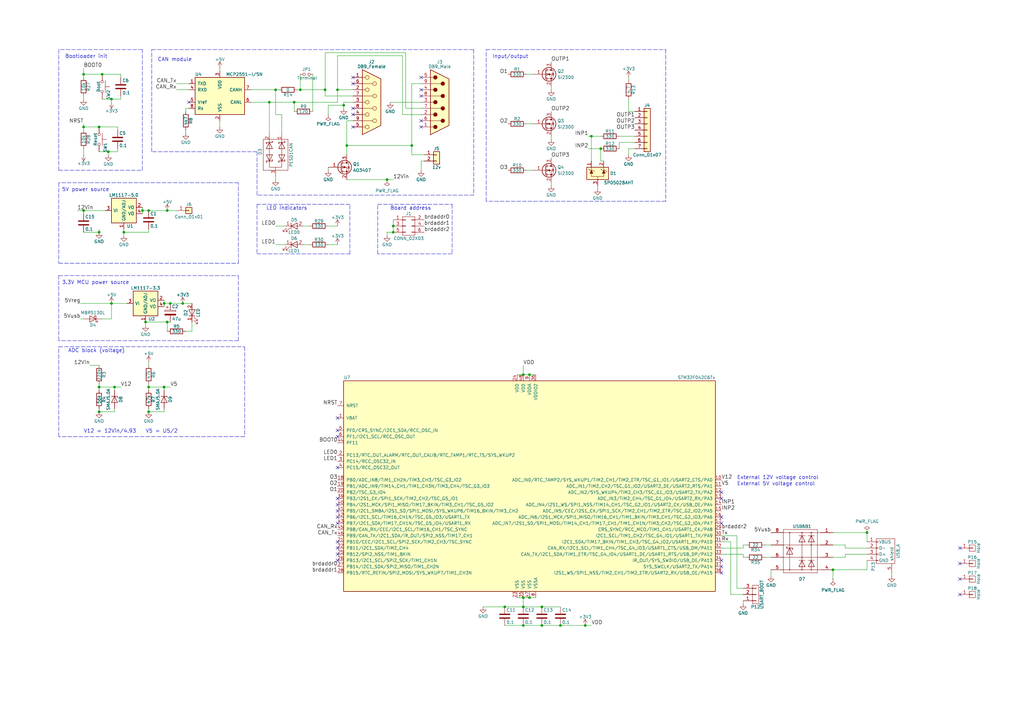
<source format=kicad_sch>
(kicad_sch (version 20211123) (generator eeschema)
  (paper "A3")
  (junction (at 229.87 256.54))
  (junction (at 341.63 233.68))
  (junction (at 242.57 55.88))
  (junction (at 60.96 158.75))
  (junction (at 217.17 153.67))
  (junction (at 41.91 30.48))
  (junction (at 214.63 256.54))
  (junction (at 69.85 124.46))
  (junction (at 222.25 256.54))
  (junction (at 158.75 73.66))
  (junction (at 355.6 218.44))
  (junction (at 40.64 158.75))
  (junction (at 44.45 62.23))
  (junction (at 133.35 36.83))
  (junction (at 214.63 153.67))
  (junction (at 34.29 30.48))
  (junction (at 168.91 59.69))
  (junction (at 40.64 52.07))
  (junction (at 214.63 248.92))
  (junction (at 45.72 40.64))
  (junction (at 60.96 86.36))
  (junction (at 140.97 43.18))
  (junction (at 240.03 256.54))
  (junction (at 217.17 245.11))
  (junction (at 45.72 124.46))
  (junction (at 161.29 95.25))
  (junction (at 34.29 52.07))
  (junction (at 34.29 86.36))
  (junction (at 40.64 95.25))
  (junction (at 40.64 168.91))
  (junction (at 74.93 124.46))
  (junction (at 214.63 245.11))
  (junction (at 67.31 158.75))
  (junction (at 60.96 168.91))
  (junction (at 222.25 248.92))
  (junction (at 113.03 36.83))
  (junction (at 138.43 36.83))
  (junction (at 110.49 41.91))
  (junction (at 123.19 36.83))
  (junction (at 207.01 248.92))
  (junction (at 50.8 95.25))
  (junction (at 67.31 124.46))
  (junction (at 142.24 59.69))
  (junction (at 246.38 60.96))
  (junction (at 68.58 132.08))
  (junction (at 59.69 132.08))
  (junction (at 120.65 41.91))
  (junction (at 161.29 92.71))
  (junction (at 58.42 86.36))
  (junction (at 46.99 158.75))
  (junction (at 68.58 86.36))
  (no_connect (at 295.91 234.95))
  (no_connect (at 138.43 224.79))
  (no_connect (at 138.43 171.45))
  (no_connect (at 144.78 44.45))
  (no_connect (at 172.72 39.37))
  (no_connect (at 295.91 214.63))
  (no_connect (at 172.72 52.07))
  (no_connect (at 77.47 41.91))
  (no_connect (at 138.43 204.47))
  (no_connect (at 295.91 204.47))
  (no_connect (at 144.78 34.29))
  (no_connect (at 172.72 31.75))
  (no_connect (at 393.7 224.79))
  (no_connect (at 172.72 49.53))
  (no_connect (at 295.91 212.09))
  (no_connect (at 138.43 209.55))
  (no_connect (at 393.7 231.14))
  (no_connect (at 393.7 243.84))
  (no_connect (at 138.43 214.63))
  (no_connect (at 138.43 179.07))
  (no_connect (at 295.91 229.87))
  (no_connect (at 138.43 212.09))
  (no_connect (at 138.43 176.53))
  (no_connect (at 138.43 191.77))
  (no_connect (at 144.78 31.75))
  (no_connect (at 295.91 232.41))
  (no_connect (at 144.78 52.07))
  (no_connect (at 393.7 237.49))
  (no_connect (at 295.91 201.93))
  (no_connect (at 138.43 222.25))
  (no_connect (at 144.78 46.99))
  (no_connect (at 172.72 36.83))
  (no_connect (at 138.43 207.01))
  (no_connect (at 138.43 229.87))
  (no_connect (at 138.43 227.33))
  (wire (pts (xy 355.6 222.25) (xy 355.6 218.44)))
  (wire (pts (xy 77.47 34.29) (xy 72.39 34.29)))
  (wire (pts (xy 215.9 69.85) (xy 218.44 69.85)))
  (wire (pts (xy 257.81 33.02) (xy 257.81 31.75)))
  (wire (pts (xy 60.96 157.48) (xy 60.96 158.75)))
  (wire (pts (xy 168.91 63.5) (xy 173.99 63.5)))
  (wire (pts (xy 50.8 95.25) (xy 50.8 96.52)))
  (wire (pts (xy 60.96 168.91) (xy 67.31 168.91)))
  (wire (pts (xy 222.25 248.92) (xy 229.87 248.92)))
  (wire (pts (xy 341.63 228.6) (xy 346.71 228.6)))
  (wire (pts (xy 67.31 124.46) (xy 67.31 125.73)))
  (wire (pts (xy 207.01 256.54) (xy 214.63 256.54)))
  (wire (pts (xy 128.27 30.48) (xy 128.27 45.72)))
  (wire (pts (xy 346.71 224.79) (xy 346.71 223.52)))
  (wire (pts (xy 68.58 86.36) (xy 72.39 86.36)))
  (polyline (pts (xy 194.31 20.32) (xy 194.31 80.01)))
  (wire (pts (xy 134.62 46.99) (xy 134.62 43.18)))
  (wire (pts (xy 160.02 41.91) (xy 172.72 41.91)))
  (wire (pts (xy 46.99 158.75) (xy 49.53 158.75)))
  (wire (pts (xy 60.96 86.36) (xy 68.58 86.36)))
  (wire (pts (xy 212.09 153.67) (xy 214.63 153.67)))
  (wire (pts (xy 168.91 34.29) (xy 168.91 59.69)))
  (polyline (pts (xy 24.13 142.24) (xy 100.33 142.24)))
  (polyline (pts (xy 105.41 80.01) (xy 105.41 62.23)))
  (wire (pts (xy 165.1 46.99) (xy 172.72 46.99)))
  (wire (pts (xy 144.78 41.91) (xy 140.97 41.91)))
  (polyline (pts (xy 58.42 20.32) (xy 24.13 20.32)))
  (wire (pts (xy 229.87 256.54) (xy 222.25 256.54)))
  (wire (pts (xy 217.17 245.11) (xy 219.71 245.11)))
  (wire (pts (xy 113.03 36.83) (xy 114.3 36.83)))
  (wire (pts (xy 355.6 224.79) (xy 346.71 224.79)))
  (wire (pts (xy 304.8 246.38) (xy 304.8 247.65)))
  (wire (pts (xy 59.69 132.08) (xy 68.58 132.08)))
  (wire (pts (xy 254 60.96) (xy 254 58.42)))
  (wire (pts (xy 257.81 45.72) (xy 260.35 45.72)))
  (polyline (pts (xy 24.13 74.93) (xy 24.13 107.95)))
  (wire (pts (xy 60.96 149.86) (xy 60.96 148.59)))
  (polyline (pts (xy 199.39 82.55) (xy 199.39 20.32)))
  (polyline (pts (xy 24.13 113.03) (xy 97.79 113.03)))
  (wire (pts (xy 134.62 69.85) (xy 134.62 68.58)))
  (wire (pts (xy 226.06 76.2) (xy 226.06 74.93)))
  (wire (pts (xy 113.03 100.33) (xy 116.84 100.33)))
  (wire (pts (xy 67.31 123.19) (xy 67.31 124.46)))
  (wire (pts (xy 44.45 62.23) (xy 48.26 62.23)))
  (wire (pts (xy 45.72 40.64) (xy 49.53 40.64)))
  (wire (pts (xy 142.24 73.66) (xy 158.75 73.66)))
  (polyline (pts (xy 97.79 107.95) (xy 97.79 74.93)))
  (wire (pts (xy 46.99 168.91) (xy 46.99 167.64)))
  (wire (pts (xy 240.03 256.54) (xy 242.57 256.54)))
  (polyline (pts (xy 62.23 62.23) (xy 62.23 20.32)))
  (wire (pts (xy 133.35 39.37) (xy 144.78 39.37)))
  (wire (pts (xy 40.64 167.64) (xy 40.64 168.91)))
  (wire (pts (xy 214.63 248.92) (xy 222.25 248.92)))
  (wire (pts (xy 316.23 236.22) (xy 316.23 233.68)))
  (wire (pts (xy 110.49 41.91) (xy 102.87 41.91)))
  (wire (pts (xy 246.38 60.96) (xy 241.3 60.96)))
  (wire (pts (xy 365.76 236.22) (xy 365.76 234.95)))
  (wire (pts (xy 102.87 36.83) (xy 113.03 36.83)))
  (wire (pts (xy 58.42 86.36) (xy 60.96 86.36)))
  (wire (pts (xy 304.8 227.33) (xy 295.91 227.33)))
  (wire (pts (xy 168.91 59.69) (xy 168.91 63.5)))
  (wire (pts (xy 165.1 22.86) (xy 165.1 46.99)))
  (polyline (pts (xy 105.41 83.82) (xy 105.41 104.14)))
  (wire (pts (xy 120.65 41.91) (xy 110.49 41.91)))
  (wire (pts (xy 34.29 95.25) (xy 40.64 95.25)))
  (wire (pts (xy 40.64 95.25) (xy 40.64 93.98)))
  (wire (pts (xy 34.29 86.36) (xy 43.18 86.36)))
  (wire (pts (xy 74.93 124.46) (xy 78.74 124.46)))
  (wire (pts (xy 115.57 46.99) (xy 113.03 46.99)))
  (wire (pts (xy 50.8 93.98) (xy 50.8 95.25)))
  (wire (pts (xy 67.31 160.02) (xy 67.31 158.75)))
  (wire (pts (xy 33.02 124.46) (xy 45.72 124.46)))
  (polyline (pts (xy 24.13 139.7) (xy 24.13 113.03)))
  (wire (pts (xy 48.26 52.07) (xy 48.26 53.34)))
  (polyline (pts (xy 143.51 104.14) (xy 143.51 83.82)))
  (wire (pts (xy 115.57 54.61) (xy 115.57 46.99)))
  (wire (pts (xy 76.2 45.72) (xy 76.2 44.45)))
  (wire (pts (xy 123.19 36.83) (xy 123.19 30.48)))
  (wire (pts (xy 45.72 124.46) (xy 52.07 124.46)))
  (wire (pts (xy 49.53 30.48) (xy 49.53 31.75)))
  (wire (pts (xy 34.29 63.5) (xy 34.29 60.96)))
  (wire (pts (xy 316.23 228.6) (xy 313.69 228.6)))
  (wire (pts (xy 346.71 228.6) (xy 346.71 227.33)))
  (wire (pts (xy 40.64 158.75) (xy 40.64 160.02)))
  (wire (pts (xy 295.91 222.25) (xy 299.72 222.25)))
  (wire (pts (xy 257.81 60.96) (xy 260.35 60.96)))
  (wire (pts (xy 34.29 87.63) (xy 34.29 86.36)))
  (polyline (pts (xy 273.05 20.32) (xy 273.05 82.55)))
  (wire (pts (xy 123.19 36.83) (xy 133.35 36.83)))
  (wire (pts (xy 355.6 218.44) (xy 341.63 218.44)))
  (wire (pts (xy 144.78 49.53) (xy 142.24 49.53)))
  (wire (pts (xy 40.64 62.23) (xy 44.45 62.23)))
  (wire (pts (xy 346.71 227.33) (xy 355.6 227.33)))
  (wire (pts (xy 242.57 55.88) (xy 246.38 55.88)))
  (polyline (pts (xy 58.42 69.85) (xy 58.42 20.32)))
  (wire (pts (xy 214.63 248.92) (xy 214.63 245.11)))
  (wire (pts (xy 90.17 49.53) (xy 90.17 52.07)))
  (wire (pts (xy 40.64 168.91) (xy 46.99 168.91)))
  (wire (pts (xy 77.47 36.83) (xy 72.39 36.83)))
  (wire (pts (xy 215.9 50.8) (xy 218.44 50.8)))
  (wire (pts (xy 214.63 153.67) (xy 217.17 153.67)))
  (polyline (pts (xy 100.33 142.24) (xy 100.33 179.07)))
  (wire (pts (xy 302.26 241.3) (xy 302.26 219.71)))
  (wire (pts (xy 133.35 21.59) (xy 133.35 36.83)))
  (wire (pts (xy 60.96 158.75) (xy 67.31 158.75)))
  (wire (pts (xy 76.2 54.61) (xy 76.2 53.34)))
  (polyline (pts (xy 199.39 20.32) (xy 273.05 20.32)))
  (wire (pts (xy 214.63 256.54) (xy 222.25 256.54)))
  (wire (pts (xy 198.12 248.92) (xy 207.01 248.92)))
  (wire (pts (xy 355.6 229.87) (xy 355.6 233.68)))
  (wire (pts (xy 46.99 160.02) (xy 46.99 158.75)))
  (wire (pts (xy 207.01 248.92) (xy 214.63 248.92)))
  (polyline (pts (xy 185.42 104.14) (xy 154.94 104.14)))
  (wire (pts (xy 133.35 36.83) (xy 133.35 39.37)))
  (wire (pts (xy 246.38 66.04) (xy 246.38 60.96)))
  (polyline (pts (xy 105.41 104.14) (xy 143.51 104.14)))
  (polyline (pts (xy 273.05 82.55) (xy 199.39 82.55)))
  (wire (pts (xy 166.37 44.45) (xy 166.37 21.59)))
  (wire (pts (xy 138.43 36.83) (xy 138.43 41.91)))
  (wire (pts (xy 40.64 157.48) (xy 40.64 158.75)))
  (wire (pts (xy 67.31 168.91) (xy 67.31 167.64)))
  (polyline (pts (xy 100.33 179.07) (xy 24.13 179.07)))
  (wire (pts (xy 120.65 45.72) (xy 120.65 41.91)))
  (wire (pts (xy 241.3 55.88) (xy 242.57 55.88)))
  (wire (pts (xy 31.75 86.36) (xy 34.29 86.36)))
  (wire (pts (xy 45.72 41.91) (xy 45.72 40.64)))
  (wire (pts (xy 90.17 27.94) (xy 90.17 29.21)))
  (wire (pts (xy 34.29 30.48) (xy 34.29 31.75)))
  (wire (pts (xy 36.83 149.86) (xy 40.64 149.86)))
  (wire (pts (xy 69.85 124.46) (xy 74.93 124.46)))
  (wire (pts (xy 172.72 69.85) (xy 172.72 66.04)))
  (wire (pts (xy 161.29 92.71) (xy 161.29 90.17)))
  (wire (pts (xy 41.91 130.81) (xy 45.72 130.81)))
  (wire (pts (xy 215.9 30.48) (xy 218.44 30.48)))
  (wire (pts (xy 60.96 167.64) (xy 60.96 168.91)))
  (wire (pts (xy 34.29 52.07) (xy 40.64 52.07)))
  (wire (pts (xy 142.24 49.53) (xy 142.24 59.69)))
  (wire (pts (xy 138.43 36.83) (xy 144.78 36.83)))
  (wire (pts (xy 158.75 96.52) (xy 158.75 95.25)))
  (wire (pts (xy 76.2 44.45) (xy 77.47 44.45)))
  (wire (pts (xy 212.09 245.11) (xy 214.63 245.11)))
  (wire (pts (xy 229.87 256.54) (xy 240.03 256.54)))
  (wire (pts (xy 302.26 219.71) (xy 295.91 219.71)))
  (wire (pts (xy 113.03 73.66) (xy 113.03 72.39)))
  (wire (pts (xy 110.49 41.91) (xy 110.49 54.61)))
  (wire (pts (xy 50.8 95.25) (xy 60.96 95.25)))
  (wire (pts (xy 78.74 135.89) (xy 78.74 132.08)))
  (wire (pts (xy 306.07 228.6) (xy 304.8 228.6)))
  (wire (pts (xy 67.31 124.46) (xy 69.85 124.46)))
  (wire (pts (xy 140.97 43.18) (xy 140.97 44.45)))
  (wire (pts (xy 142.24 59.69) (xy 168.91 59.69)))
  (polyline (pts (xy 24.13 107.95) (xy 97.79 107.95)))
  (wire (pts (xy 304.8 224.79) (xy 304.8 223.52)))
  (polyline (pts (xy 154.94 104.14) (xy 154.94 83.82)))
  (wire (pts (xy 58.42 85.09) (xy 58.42 86.36)))
  (wire (pts (xy 34.29 130.81) (xy 33.02 130.81)))
  (wire (pts (xy 247.65 66.04) (xy 246.38 66.04)))
  (wire (pts (xy 134.62 43.18) (xy 140.97 43.18)))
  (wire (pts (xy 121.92 36.83) (xy 123.19 36.83)))
  (polyline (pts (xy 24.13 69.85) (xy 58.42 69.85)))
  (wire (pts (xy 254 58.42) (xy 260.35 58.42)))
  (wire (pts (xy 49.53 40.64) (xy 49.53 39.37)))
  (wire (pts (xy 140.97 41.91) (xy 140.97 43.18)))
  (wire (pts (xy 34.29 50.8) (xy 34.29 52.07)))
  (wire (pts (xy 161.29 95.25) (xy 161.29 92.71)))
  (polyline (pts (xy 24.13 179.07) (xy 24.13 142.24)))
  (wire (pts (xy 40.64 158.75) (xy 46.99 158.75)))
  (wire (pts (xy 214.63 245.11) (xy 217.17 245.11)))
  (wire (pts (xy 76.2 135.89) (xy 78.74 135.89)))
  (wire (pts (xy 158.75 95.25) (xy 161.29 95.25)))
  (wire (pts (xy 304.8 223.52) (xy 306.07 223.52)))
  (wire (pts (xy 245.11 77.47) (xy 245.11 76.2)))
  (wire (pts (xy 68.58 132.08) (xy 69.85 132.08)))
  (wire (pts (xy 60.96 95.25) (xy 60.96 93.98)))
  (wire (pts (xy 226.06 57.15) (xy 226.06 55.88)))
  (polyline (pts (xy 185.42 83.82) (xy 185.42 104.14)))
  (wire (pts (xy 41.91 40.64) (xy 45.72 40.64)))
  (wire (pts (xy 142.24 59.69) (xy 142.24 63.5)))
  (wire (pts (xy 260.35 55.88) (xy 254 55.88)))
  (wire (pts (xy 242.57 66.04) (xy 242.57 55.88)))
  (wire (pts (xy 158.75 73.66) (xy 161.29 73.66)))
  (wire (pts (xy 134.62 100.33) (xy 138.43 100.33)))
  (wire (pts (xy 134.62 92.71) (xy 138.43 92.71)))
  (wire (pts (xy 138.43 41.91) (xy 120.65 41.91)))
  (wire (pts (xy 67.31 158.75) (xy 69.85 158.75)))
  (wire (pts (xy 257.81 63.5) (xy 257.81 60.96)))
  (wire (pts (xy 168.91 34.29) (xy 172.72 34.29)))
  (wire (pts (xy 59.69 133.35) (xy 59.69 132.08)))
  (wire (pts (xy 113.03 46.99) (xy 113.03 36.83)))
  (wire (pts (xy 299.72 222.25) (xy 299.72 243.84)))
  (wire (pts (xy 341.63 233.68) (xy 341.63 237.49)))
  (wire (pts (xy 304.8 228.6) (xy 304.8 227.33)))
  (wire (pts (xy 58.42 86.36) (xy 58.42 87.63)))
  (wire (pts (xy 138.43 22.86) (xy 138.43 36.83)))
  (wire (pts (xy 68.58 135.89) (xy 68.58 132.08)))
  (polyline (pts (xy 194.31 80.01) (xy 105.41 80.01)))
  (polyline (pts (xy 143.51 83.82) (xy 105.41 83.82)))
  (wire (pts (xy 172.72 66.04) (xy 173.99 66.04)))
  (wire (pts (xy 304.8 241.3) (xy 302.26 241.3)))
  (wire (pts (xy 166.37 21.59) (xy 133.35 21.59)))
  (wire (pts (xy 34.29 30.48) (xy 41.91 30.48)))
  (wire (pts (xy 226.06 36.83) (xy 226.06 35.56)))
  (polyline (pts (xy 97.79 113.03) (xy 97.79 139.7)))
  (polyline (pts (xy 154.94 83.82) (xy 185.42 83.82)))
  (wire (pts (xy 48.26 62.23) (xy 48.26 60.96)))
  (wire (pts (xy 214.63 153.67) (xy 214.63 149.86)))
  (polyline (pts (xy 62.23 20.32) (xy 194.31 20.32)))
  (wire (pts (xy 45.72 130.81) (xy 45.72 124.46)))
  (wire (pts (xy 355.6 233.68) (xy 341.63 233.68)))
  (wire (pts (xy 40.64 52.07) (xy 48.26 52.07)))
  (wire (pts (xy 34.29 52.07) (xy 34.29 53.34)))
  (wire (pts (xy 124.46 100.33) (xy 127 100.33)))
  (wire (pts (xy 60.96 158.75) (xy 60.96 160.02)))
  (polyline (pts (xy 24.13 20.32) (xy 24.13 69.85)))
  (wire (pts (xy 41.91 30.48) (xy 49.53 30.48)))
  (wire (pts (xy 172.72 44.45) (xy 166.37 44.45)))
  (wire (pts (xy 299.72 243.84) (xy 304.8 243.84)))
  (wire (pts (xy 138.43 22.86) (xy 165.1 22.86)))
  (polyline (pts (xy 97.79 139.7) (xy 24.13 139.7)))
  (wire (pts (xy 34.29 27.94) (xy 34.29 30.48)))
  (wire (pts (xy 217.17 153.67) (xy 219.71 153.67)))
  (wire (pts (xy 295.91 224.79) (xy 304.8 224.79)))
  (polyline (pts (xy 105.41 62.23) (xy 62.23 62.23)))
  (wire (pts (xy 257.81 40.64) (xy 257.81 45.72)))
  (wire (pts (xy 346.71 223.52) (xy 341.63 223.52)))
  (polyline (pts (xy 97.79 74.93) (xy 24.13 74.93)))
  (wire (pts (xy 124.46 92.71) (xy 127 92.71)))
  (wire (pts (xy 34.29 40.64) (xy 34.29 39.37)))
  (wire (pts (xy 44.45 63.5) (xy 44.45 62.23)))
  (wire (pts (xy 113.03 92.71) (xy 116.84 92.71)))
  (wire (pts (xy 313.69 223.52) (xy 316.23 223.52)))
  (text "External 5V voltage control" (at 302.26 199.39 0) (effects (font (size 1.524 1.524)) (justify left bottom)))
  (text "Board address" (at 160.02 86.36 0) (effects (font (size 1.524 1.524)) (justify left bottom)))
  (text "Bootloader init" (at 26.67 24.13 0) (effects (font (size 1.524 1.524)) (justify left bottom)))
  (text "V12 = 12Vin/4.93" (at 34.29 177.8 0) (effects (font (size 1.524 1.524)) (justify left bottom)))
  (text "ADC block (voltage)" (at 27.94 144.78 0) (effects (font (size 1.524 1.524)) (justify left bottom)))
  (text "3.3V MCU power source" (at 25.4 116.84 0) (effects (font (size 1.524 1.524)) (justify left bottom)))
  (text "Input/output" (at 201.93 24.13 0) (effects (font (size 1.524 1.524)) (justify left bottom)))
  (text "LED indicators" (at 109.22 86.36 0) (effects (font (size 1.524 1.524)) (justify left bottom)))
  (text "External 12V voltage control" (at 302.26 196.85 0) (effects (font (size 1.524 1.524)) (justify left bottom)))
  (text "CAN module" (at 78.74 25.4 180) (effects (font (size 1.524 1.524)) (justify right bottom)))
  (text "5V power source" (at 25.4 78.74 0) (effects (font (size 1.524 1.524)) (justify left bottom)))
  (text "V5 = U5/2" (at 59.69 177.8 0) (effects (font (size 1.524 1.524)) (justify left bottom)))
  (label "V5" (at 295.91 199.39 0) (effects (font (size 1.524 1.524))))
  (label "INP1" (at 241.3 55.88 180) (effects (font (size 1.524 1.524))))
  (label "OUTP2" (at 226.06 45.72 0) (effects (font (size 1.524 1.524))))
  (label "O2" (at 138.43 199.39 180) (effects (font (size 1.524 1.524))))
  (label "LED0" (at 113.03 92.71 180) (effects (font (size 1.524 1.524))))
  (label "NRST" (at 34.29 50.8 180) (effects (font (size 1.524 1.524))))
  (label "Rx" (at 295.91 222.25 0) (effects (font (size 1.524 1.524))))
  (label "O1" (at 208.28 30.48 180) (effects (font (size 1.524 1.524))))
  (label "brdaddr0" (at 138.43 232.41 180) (effects (font (size 1.524 1.524))))
  (label "V12" (at 49.53 158.75 0) (effects (font (size 1.524 1.524))))
  (label "OUTP1" (at 226.06 25.4 0) (effects (font (size 1.524 1.524))))
  (label "INP2" (at 295.91 209.55 0) (effects (font (size 1.524 1.524))))
  (label "O3" (at 138.43 196.85 180) (effects (font (size 1.524 1.524))))
  (label "CAN_Rx" (at 72.39 36.83 180) (effects (font (size 1.524 1.524))))
  (label "5Vusb" (at 316.23 218.44 180) (effects (font (size 1.524 1.524))))
  (label "BOOT0" (at 138.43 181.61 180) (effects (font (size 1.524 1.524))))
  (label "5Vusb" (at 33.02 130.81 180) (effects (font (size 1.524 1.524))))
  (label "12Vin" (at 31.75 86.36 0) (effects (font (size 1.524 1.524))))
  (label "OUTP1" (at 260.35 48.26 180) (effects (font (size 1.524 1.524))))
  (label "V5" (at 69.85 158.75 0) (effects (font (size 1.524 1.524))))
  (label "LED1" (at 113.03 100.33 180) (effects (font (size 1.524 1.524))))
  (label "INP2" (at 241.3 60.96 180) (effects (font (size 1.524 1.524))))
  (label "BOOT0" (at 34.29 27.94 0) (effects (font (size 1.524 1.524))))
  (label "LED1" (at 138.43 189.23 180) (effects (font (size 1.524 1.524))))
  (label "5Vreg" (at 33.02 124.46 180) (effects (font (size 1.524 1.524))))
  (label "OUTP3" (at 226.06 64.77 0) (effects (font (size 1.524 1.524))))
  (label "INP1" (at 295.91 207.01 0) (effects (font (size 1.524 1.524))))
  (label "NRST" (at 138.43 166.37 180) (effects (font (size 1.524 1.524))))
  (label "brdaddr2" (at 173.99 95.25 0) (effects (font (size 1.524 1.524))))
  (label "brdaddr2" (at 295.91 217.17 0) (effects (font (size 1.524 1.524))))
  (label "OUTP2" (at 260.35 50.8 180) (effects (font (size 1.524 1.524))))
  (label "LED0" (at 138.43 186.69 180) (effects (font (size 1.524 1.524))))
  (label "CAN_Tx" (at 138.43 219.71 180) (effects (font (size 1.524 1.524))))
  (label "CAN_Rx" (at 138.43 217.17 180) (effects (font (size 1.524 1.524))))
  (label "brdaddr1" (at 138.43 234.95 180) (effects (font (size 1.524 1.524))))
  (label "OUTP3" (at 260.35 53.34 180) (effects (font (size 1.524 1.524))))
  (label "brdaddr1" (at 173.99 92.71 0) (effects (font (size 1.524 1.524))))
  (label "O3" (at 208.28 69.85 180) (effects (font (size 1.524 1.524))))
  (label "O2" (at 208.28 50.8 180) (effects (font (size 1.524 1.524))))
  (label "CAN_Tx" (at 72.39 34.29 180) (effects (font (size 1.524 1.524))))
  (label "brdaddr0" (at 173.99 90.17 0) (effects (font (size 1.524 1.524))))
  (label "Tx" (at 295.91 219.71 0) (effects (font (size 1.524 1.524))))
  (label "VDD" (at 214.63 149.86 0) (effects (font (size 1.524 1.524))))
  (label "12Vin" (at 36.83 149.86 180) (effects (font (size 1.524 1.524))))
  (label "O1" (at 138.43 201.93 180) (effects (font (size 1.524 1.524))))
  (label "12Vin" (at 161.29 73.66 0) (effects (font (size 1.524 1.524))))
  (label "V12" (at 295.91 196.85 0) (effects (font (size 1.524 1.524))))
  (label "VDD" (at 242.57 256.54 0) (effects (font (size 1.524 1.524))))
  (symbol (lib_id "stm32-rescue:STM32F042C6Tx") (at 217.17 199.39 0) (unit 1)
    (property "Reference" "U7" (at 140.97 155.575 0) (effects (justify left bottom)))
    (property "Value" "STM32F042C6Tx" (at 293.37 155.575 0) (effects (justify right bottom)))
    (property "Footprint" "Housings_QFP.pretty:LQFP-48_7x7mm_Pitch0.5mm" (effects hide))
  )
  (symbol (lib_id "stm32-rescue:C") (at 207.01 252.73 0) (unit 1)
    (property "Reference" "C11" (at 207.645 250.19 0) (effects (justify left)))
    (property "Value" "0.1" (at 207.645 255.27 0) (effects (justify left)))
    (property "Footprint" "Capacitors_SMD.pretty:C_0603_HandSoldering" (effects hide))
  )
  (symbol (lib_id "stm32-rescue:LM1117-3.3-RESCUE-stm32") (at 59.69 124.46 0) (unit 1)
    (property "Reference" "U2" (at 62.23 130.81 0))
    (property "Value" "LM1117-3.3" (at 59.69 118.11 0))
    (property "Footprint" "TO_SOT_Packages_SMD.pretty:SOT-223" (effects hide))
  )
  (symbol (lib_id "stm32-rescue:MCP2551-I_SN") (at 90.17 39.37 0) (unit 1)
    (property "Reference" "U4" (at 80.01 30.48 0) (effects (justify left)))
    (property "Value" "MCP2551-I/SN" (at 92.71 30.48 0) (effects (justify left)))
    (property "Footprint" "Housings_SOIC.pretty:SOIC-8_3.9x4.9mm_Pitch1.27mm" (effects hide))
  )
  (symbol (lib_id "stm32-rescue:USB_A-RESCUE-stm32") (at 363.22 227.33 270) (unit 1)
    (property "Reference" "P13" (at 358.14 232.41 0))
    (property "Value" "USB_A" (at 368.3 226.06 0))
    (property "Footprint" "Connect.pretty:USB_Mini-B" (effects hide))
  )
  (symbol (lib_id "stm32-rescue:GND") (at 40.64 95.25 0) (unit 1)
    (property "Reference" "#PWR01" (effects hide))
    (property "Value" "GND" (at 40.64 99.06 0))
  )
  (symbol (lib_id "stm32-rescue:+5V") (at 45.72 124.46 0) (unit 1)
    (property "Reference" "#PWR02" (effects hide))
    (property "Value" "+5V" (at 45.72 120.904 0))
  )
  (symbol (lib_id "stm32-rescue:GND") (at 59.69 133.35 0) (unit 1)
    (property "Reference" "#PWR03" (effects hide))
    (property "Value" "GND" (at 59.69 137.16 0))
  )
  (symbol (lib_id "stm32-rescue:CP") (at 69.85 128.27 0) (unit 1)
    (property "Reference" "C2" (at 70.485 125.73 0) (effects (justify left)))
    (property "Value" "47u" (at 70.485 130.81 0) (effects (justify left)))
    (property "Footprint" "Capacitors_Tantalum_SMD.pretty:Tantalum_Case-A_EIA-3216-18_Hand" (effects hide))
  )
  (symbol (lib_id "stm32-rescue:+3.3V") (at 74.93 124.46 0) (unit 1)
    (property "Reference" "#PWR04" (effects hide))
    (property "Value" "+3.3V" (at 74.93 120.904 0))
  )
  (symbol (lib_id "stm32-rescue:PESD1CAN") (at 115.57 62.23 270) (unit 1)
    (property "Reference" "D3" (at 106.68 62.23 0))
    (property "Value" "PESD1CAN" (at 119.38 63.5 0))
    (property "Footprint" "TO_SOT_Packages_SMD.pretty:SOT-23" (effects hide))
  )
  (symbol (lib_id "stm32-rescue:GND") (at 113.03 73.66 0) (unit 1)
    (property "Reference" "#PWR05" (effects hide))
    (property "Value" "GND" (at 113.03 77.47 0))
  )
  (symbol (lib_id "stm32-rescue:+5V") (at 90.17 27.94 0) (unit 1)
    (property "Reference" "#PWR06" (effects hide))
    (property "Value" "+5V" (at 90.17 24.384 0))
  )
  (symbol (lib_id "stm32-rescue:R") (at 76.2 49.53 0) (unit 1)
    (property "Reference" "R8" (at 78.232 49.53 90))
    (property "Value" "4k7" (at 76.2 49.53 90))
    (property "Footprint" "Resistors_SMD.pretty:R_0603_HandSoldering" (effects hide))
  )
  (symbol (lib_id "stm32-rescue:GND") (at 90.17 52.07 0) (unit 1)
    (property "Reference" "#PWR07" (effects hide))
    (property "Value" "GND" (at 90.17 55.88 0))
  )
  (symbol (lib_id "stm32-rescue:GND") (at 76.2 54.61 0) (unit 1)
    (property "Reference" "#PWR08" (effects hide))
    (property "Value" "GND" (at 76.2 58.42 0))
  )
  (symbol (lib_id "stm32-rescue:R") (at 124.46 45.72 90) (unit 1)
    (property "Reference" "R9" (at 124.46 43.688 90))
    (property "Value" "120" (at 124.46 45.72 90))
    (property "Footprint" "Resistors_SMD.pretty:R_0603_HandSoldering" (effects hide))
  )
  (symbol (lib_id "stm32-rescue:Jumper_NO_Small") (at 125.73 30.48 0) (unit 1)
    (property "Reference" "JP1" (at 125.73 28.448 0))
    (property "Value" "Terminal" (at 125.984 32.004 0))
    (property "Footprint" "Pin_Headers.pretty:Pin_Header_Straight_1x02" (effects hide))
  )
  (symbol (lib_id "stm32-rescue:LED-RESCUE-stm32") (at 120.65 92.71 0) (unit 1)
    (property "Reference" "D5" (at 120.65 90.17 0))
    (property "Value" "LED0" (at 120.65 95.25 0))
    (property "Footprint" "LEDs.pretty:LED_0805" (effects hide))
  )
  (symbol (lib_id "stm32-rescue:R") (at 130.81 92.71 90) (unit 1)
    (property "Reference" "R29" (at 130.81 90.678 90))
    (property "Value" "330" (at 130.81 92.71 90))
    (property "Footprint" "Resistors_SMD.pretty:R_0603_HandSoldering" (effects hide))
  )
  (symbol (lib_id "stm32-rescue:+3.3V") (at 138.43 92.71 0) (unit 1)
    (property "Reference" "#PWR09" (effects hide))
    (property "Value" "+3.3V" (at 138.43 89.154 0))
  )
  (symbol (lib_id "stm32-rescue:C") (at 214.63 252.73 0) (unit 1)
    (property "Reference" "C12" (at 215.265 250.19 0) (effects (justify left)))
    (property "Value" "0.1" (at 215.265 255.27 0) (effects (justify left)))
    (property "Footprint" "Capacitors_SMD.pretty:C_0603_HandSoldering" (effects hide))
  )
  (symbol (lib_id "stm32-rescue:C") (at 222.25 252.73 0) (unit 1)
    (property "Reference" "C13" (at 222.885 250.19 0) (effects (justify left)))
    (property "Value" "0.1" (at 222.885 255.27 0) (effects (justify left)))
    (property "Footprint" "Capacitors_SMD.pretty:C_0603_HandSoldering" (effects hide))
  )
  (symbol (lib_id "stm32-rescue:USB6B1") (at 328.93 226.06 0) (mirror y) (unit 1)
    (property "Reference" "D7" (at 328.93 237.49 0))
    (property "Value" "USB6B1" (at 328.93 215.9 0))
    (property "Footprint" "Housings_SOIC.pretty:SOIC-8_3.9x4.9mm_Pitch1.27mm" (effects hide))
  )
  (symbol (lib_id "stm32-rescue:LED-RESCUE-stm32") (at 120.65 100.33 0) (unit 1)
    (property "Reference" "D6" (at 120.65 97.79 0))
    (property "Value" "LED1" (at 120.65 102.87 0))
    (property "Footprint" "LEDs.pretty:LED_0805" (effects hide))
  )
  (symbol (lib_id "stm32-rescue:R") (at 130.81 100.33 90) (unit 1)
    (property "Reference" "R30" (at 130.81 98.298 90))
    (property "Value" "330" (at 130.81 100.33 90))
    (property "Footprint" "Resistors_SMD.pretty:R_0603_HandSoldering" (effects hide))
  )
  (symbol (lib_id "stm32-rescue:+3.3V") (at 138.43 100.33 0) (unit 1)
    (property "Reference" "#PWR010" (effects hide))
    (property "Value" "+3.3V" (at 138.43 96.774 0))
  )
  (symbol (lib_id "stm32-rescue:LED-RESCUE-stm32") (at 78.74 128.27 90) (unit 1)
    (property "Reference" "D2" (at 76.2 128.27 0))
    (property "Value" "LED" (at 81.28 128.27 0))
    (property "Footprint" "LEDs.pretty:LED_0805" (effects hide))
  )
  (symbol (lib_id "stm32-rescue:R") (at 72.39 135.89 90) (unit 1)
    (property "Reference" "R5" (at 72.39 133.858 90))
    (property "Value" "330" (at 72.39 135.89 90))
    (property "Footprint" "Resistors_SMD.pretty:R_0603_HandSoldering" (effects hide))
  )
  (symbol (lib_id "stm32-rescue:SW_Push") (at 41.91 35.56 270) (unit 1)
    (property "Reference" "SW2" (at 44.45 36.83 0) (effects (justify left)))
    (property "Value" "Boot" (at 40.386 35.56 0))
    (property "Footprint" "Buttons_Switches_SMD.pretty:SW_SPST_FSMSM" (effects hide))
  )
  (symbol (lib_id "stm32-rescue:SW_Push") (at 40.64 57.15 270) (unit 1)
    (property "Reference" "SW1" (at 43.18 58.42 0) (effects (justify left)))
    (property "Value" "Reset" (at 39.116 57.15 0))
    (property "Footprint" "Buttons_Switches_SMD.pretty:SW_SPST_FSMSM" (effects hide))
  )
  (symbol (lib_id "stm32-rescue:GND") (at 34.29 40.64 0) (unit 1)
    (property "Reference" "#PWR018" (effects hide))
    (property "Value" "GND" (at 34.29 44.45 0))
  )
  (symbol (lib_id "stm32-rescue:+3.3V") (at 240.03 256.54 0) (unit 1)
    (property "Reference" "#PWR011" (effects hide))
    (property "Value" "+3.3V" (at 240.03 252.984 0))
  )
  (symbol (lib_id "stm32-rescue:GND") (at 198.12 248.92 0) (unit 1)
    (property "Reference" "#PWR012" (effects hide))
    (property "Value" "GND" (at 198.12 252.73 0))
  )
  (symbol (lib_id "stm32-rescue:+3.3V") (at 45.72 41.91 180) (unit 1)
    (property "Reference" "#PWR019" (effects hide))
    (property "Value" "+3.3V" (at 45.72 45.466 0))
  )
  (symbol (lib_id "stm32-rescue:+3.3V") (at 34.29 63.5 180) (unit 1)
    (property "Reference" "#PWR020" (effects hide))
    (property "Value" "+3.3V" (at 34.29 67.056 0))
  )
  (symbol (lib_id "stm32-rescue:GND") (at 44.45 63.5 0) (unit 1)
    (property "Reference" "#PWR021" (effects hide))
    (property "Value" "GND" (at 44.45 67.31 0))
  )
  (symbol (lib_id "stm32-rescue:R") (at 40.64 153.67 0) (unit 1)
    (property "Reference" "R3" (at 42.672 153.67 90))
    (property "Value" "220k" (at 40.64 153.67 90))
    (property "Footprint" "Resistors_SMD.pretty:R_0603_HandSoldering" (effects hide))
  )
  (symbol (lib_id "stm32-rescue:R") (at 40.64 163.83 0) (unit 1)
    (property "Reference" "R4" (at 42.672 163.83 90))
    (property "Value" "56k" (at 40.64 163.83 90))
    (property "Footprint" "Resistors_SMD.pretty:R_0603_HandSoldering" (effects hide))
  )
  (symbol (lib_id "stm32-rescue:R") (at 60.96 153.67 0) (unit 1)
    (property "Reference" "R6" (at 62.992 153.67 90))
    (property "Value" "47k" (at 60.96 153.67 90))
    (property "Footprint" "Resistors_SMD.pretty:R_0603_HandSoldering" (effects hide))
  )
  (symbol (lib_id "stm32-rescue:R") (at 60.96 163.83 0) (unit 1)
    (property "Reference" "R7" (at 62.992 163.83 90))
    (property "Value" "47k" (at 60.96 163.83 90))
    (property "Footprint" "Resistors_SMD.pretty:R_0603_HandSoldering" (effects hide))
  )
  (symbol (lib_id "stm32-rescue:GND") (at 316.23 236.22 0) (unit 1)
    (property "Reference" "#PWR013" (effects hide))
    (property "Value" "GND" (at 316.23 240.03 0))
  )
  (symbol (lib_id "stm32-rescue:GND") (at 40.64 168.91 0) (unit 1)
    (property "Reference" "#PWR015" (effects hide))
    (property "Value" "GND" (at 40.64 172.72 0))
  )
  (symbol (lib_id "stm32-rescue:GND") (at 60.96 168.91 0) (unit 1)
    (property "Reference" "#PWR016" (effects hide))
    (property "Value" "GND" (at 60.96 172.72 0))
  )
  (symbol (lib_id "stm32-rescue:C") (at 229.87 252.73 0) (unit 1)
    (property "Reference" "C14" (at 230.505 250.19 0) (effects (justify left)))
    (property "Value" "0.1" (at 230.505 255.27 0) (effects (justify left)))
    (property "Footprint" "Capacitors_SMD.pretty:C_0603_HandSoldering" (effects hide))
  )
  (symbol (lib_id "stm32-rescue:+5V") (at 60.96 148.59 0) (unit 1)
    (property "Reference" "#PWR017" (effects hide))
    (property "Value" "+5V" (at 60.96 145.034 0))
  )
  (symbol (lib_id "stm32-rescue:CONN_01X03") (at 309.88 243.84 0) (mirror x) (unit 1)
    (property "Reference" "P12" (at 309.88 248.92 0))
    (property "Value" "USART_BOOT" (at 312.42 243.84 90))
    (property "Footprint" "Pin_Headers.pretty:Pin_Header_Straight_1x03" (effects hide))
  )
  (symbol (lib_id "stm32-rescue:GND") (at 304.8 247.65 0) (mirror y) (unit 1)
    (property "Reference" "#PWR014" (effects hide))
    (property "Value" "GND" (at 304.8 251.46 0))
  )
  (symbol (lib_id "stm32-rescue:PWR_FLAG") (at 158.75 73.66 180) (unit 1)
    (property "Reference" "#FLG022" (effects hide))
    (property "Value" "PWR_FLAG" (at 158.75 78.232 0))
  )
  (symbol (lib_id "stm32-rescue:PWR_FLAG") (at 355.6 218.44 0) (unit 1)
    (property "Reference" "#FLG023" (effects hide))
    (property "Value" "PWR_FLAG" (at 355.6 213.868 0))
  )
  (symbol (lib_id "stm32-rescue:GND") (at 365.76 236.22 0) (unit 1)
    (property "Reference" "#PWR024" (effects hide))
    (property "Value" "GND" (at 365.76 240.03 0))
  )
  (symbol (lib_id "stm32-rescue:PWR_FLAG") (at 341.63 237.49 180) (unit 1)
    (property "Reference" "#FLG025" (effects hide))
    (property "Value" "PWR_FLAG" (at 341.63 242.062 0))
  )
  (symbol (lib_id "stm32-rescue:R") (at 34.29 35.56 0) (unit 1)
    (property "Reference" "R27" (at 36.322 35.56 90))
    (property "Value" "10k" (at 34.29 35.56 90))
    (property "Footprint" "Resistors_SMD.pretty:R_0603_HandSoldering" (effects hide))
  )
  (symbol (lib_id "stm32-rescue:R") (at 34.29 57.15 0) (unit 1)
    (property "Reference" "R28" (at 36.322 57.15 90))
    (property "Value" "10k" (at 34.29 57.15 90))
    (property "Footprint" "Resistors_SMD.pretty:R_0603_HandSoldering" (effects hide))
  )
  (symbol (lib_id "stm32-rescue:C") (at 49.53 35.56 0) (unit 1)
    (property "Reference" "C6" (at 50.165 33.02 0) (effects (justify left)))
    (property "Value" "0.1" (at 50.165 38.1 0) (effects (justify left)))
    (property "Footprint" "Capacitors_SMD.pretty:C_0603_HandSoldering" (effects hide))
  )
  (symbol (lib_id "stm32-rescue:C") (at 48.26 57.15 0) (unit 1)
    (property "Reference" "C5" (at 48.895 54.61 0) (effects (justify left)))
    (property "Value" "0.1" (at 48.895 59.69 0) (effects (justify left)))
    (property "Footprint" "Capacitors_SMD.pretty:C_0603_HandSoldering" (effects hide))
  )
  (symbol (lib_id "stm32-rescue:Q_PMOS_GSD") (at 139.7 68.58 0) (unit 1)
    (property "Reference" "Q1" (at 144.78 67.31 0) (effects (justify left)))
    (property "Value" "AO3407" (at 144.78 69.85 0) (effects (justify left)))
    (property "Footprint" "TO_SOT_Packages_SMD.pretty:SOT-23_Handsoldering" (effects hide))
  )
  (symbol (lib_id "stm32-rescue:CONN_01X01") (at 398.78 224.79 0) (unit 1)
    (property "Reference" "P15" (at 398.78 222.25 0))
    (property "Value" "Hole" (at 401.32 224.79 90))
    (property "Footprint" "my_footprints:Hole_3mm" (effects hide))
  )
  (symbol (lib_id "stm32-rescue:CONN_01X01") (at 398.78 231.14 0) (unit 1)
    (property "Reference" "P16" (at 398.78 228.6 0))
    (property "Value" "Hole" (at 401.32 231.14 90))
    (property "Footprint" "my_footprints:Hole_3mm" (effects hide))
  )
  (symbol (lib_id "stm32-rescue:CONN_01X01") (at 398.78 237.49 0) (unit 1)
    (property "Reference" "P17" (at 398.78 234.95 0))
    (property "Value" "Hole" (at 401.32 237.49 90))
    (property "Footprint" "my_footprints:Hole_3mm" (effects hide))
  )
  (symbol (lib_id "stm32-rescue:CONN_01X01") (at 398.78 243.84 0) (unit 1)
    (property "Reference" "P18" (at 398.78 241.3 0))
    (property "Value" "Hole" (at 401.32 243.84 90))
    (property "Footprint" "my_footprints:Hole_3mm" (effects hide))
  )
  (symbol (lib_id "stm32-rescue:C") (at 34.29 91.44 0) (unit 1)
    (property "Reference" "C15" (at 34.925 88.9 0) (effects (justify left)))
    (property "Value" "0.1" (at 34.925 93.98 0) (effects (justify left)))
    (property "Footprint" "Capacitors_SMD.pretty:C_0603_HandSoldering" (effects hide))
  )
  (symbol (lib_id "stm32-rescue:D_Zener") (at 67.31 163.83 270) (unit 1)
    (property "Reference" "D9" (at 69.85 163.83 0))
    (property "Value" "SMAJ5.0A" (at 64.77 163.83 0))
    (property "Footprint" "Diode_SMD.pretty:D_SMA" (effects hide))
  )
  (symbol (lib_id "stm32-rescue:D_Zener") (at 46.99 163.83 270) (unit 1)
    (property "Reference" "D8" (at 49.53 163.83 0))
    (property "Value" "SMAJ5.0A" (at 44.45 163.83 0))
    (property "Footprint" "Diode_SMD.pretty:D_SMA" (effects hide))
  )
  (symbol (lib_id "stm32-rescue:R") (at 309.88 223.52 270) (unit 1)
    (property "Reference" "R34" (at 309.88 225.552 90))
    (property "Value" "22" (at 309.88 223.52 90))
    (property "Footprint" "Resistors_SMD.pretty:R_0603_HandSoldering" (effects hide))
  )
  (symbol (lib_id "stm32-rescue:R") (at 309.88 228.6 270) (unit 1)
    (property "Reference" "R35" (at 309.88 230.632 90))
    (property "Value" "22" (at 309.88 228.6 90))
    (property "Footprint" "Resistors_SMD.pretty:R_0603_HandSoldering" (effects hide))
  )
  (symbol (lib_id "stm32-rescue:CONN_02X03") (at 167.64 92.71 0) (unit 1)
    (property "Reference" "J1" (at 167.64 87.63 0))
    (property "Value" "CONN_02X03" (at 167.64 97.79 0))
    (property "Footprint" "Pin_Headers.pretty:Pin_Header_Straight_2x03_Pitch2.54mm" (effects hide))
  )
  (symbol (lib_id "stm32-rescue:GND") (at 158.75 96.52 0) (unit 1)
    (property "Reference" "#PWR026" (effects hide))
    (property "Value" "GND" (at 158.75 100.33 0))
  )
  (symbol (lib_id "stm32-rescue:D_Schottky") (at 38.1 130.81 180) (unit 1)
    (property "Reference" "D4" (at 38.1 133.35 0))
    (property "Value" "MBRS130L" (at 38.1 128.27 0))
    (property "Footprint" "Diodes_SMD.pretty:D_SMB_Handsoldering" (effects hide))
  )
  (symbol (lib_id "stm32-rescue:LM1117-3.3-RESCUE-stm32") (at 50.8 86.36 0) (unit 1)
    (property "Reference" "U1" (at 53.34 92.71 0))
    (property "Value" "LM1117-5.0" (at 50.8 80.01 0))
    (property "Footprint" "TO_SOT_Packages_SMD.pretty:SOT-223" (effects hide))
  )
  (symbol (lib_id "stm32-rescue:GND") (at 50.8 96.52 0) (unit 1)
    (property "Reference" "#PWR027" (effects hide))
    (property "Value" "GND" (at 50.8 100.33 0))
  )
  (symbol (lib_id "stm32-rescue:C") (at 60.96 90.17 0) (unit 1)
    (property "Reference" "C1" (at 61.595 87.63 0) (effects (justify left)))
    (property "Value" "0.1" (at 61.595 92.71 0) (effects (justify left)))
    (property "Footprint" "Capacitors_SMD.pretty:C_0603_HandSoldering" (effects hide))
  )
  (symbol (lib_id "stm32-rescue:+5V") (at 68.58 86.36 0) (unit 1)
    (property "Reference" "#PWR028" (effects hide))
    (property "Value" "+5V" (at 68.58 82.804 0))
  )
  (symbol (lib_id "stm32-rescue:DB9_Female") (at 152.4 41.91 0) (unit 1)
    (property "Reference" "J2" (at 152.4 25.4 0))
    (property "Value" "DB9_Female" (at 152.4 27.305 0))
    (property "Footprint" "Connectors.pretty:DB9FC" (effects hide))
  )
  (symbol (lib_id "stm32-rescue:DB9_Male") (at 180.34 41.91 0) (unit 1)
    (property "Reference" "J3" (at 180.34 25.4 0))
    (property "Value" "DB9_Male" (at 180.34 27.305 0))
    (property "Footprint" "Connectors.pretty:DB9MC" (effects hide))
  )
  (symbol (lib_id "stm32-rescue:GND") (at 140.97 44.45 0) (unit 1)
    (property "Reference" "#PWR029" (effects hide))
    (property "Value" "GND" (at 140.97 48.26 0))
  )
  (symbol (lib_id "stm32-rescue:GND") (at 160.02 41.91 0) (unit 1)
    (property "Reference" "#PWR030" (effects hide))
    (property "Value" "GND" (at 160.02 45.72 0))
  )
  (symbol (lib_id "stm32-rescue:GND") (at 134.62 69.85 0) (unit 1)
    (property "Reference" "#PWR031" (effects hide))
    (property "Value" "GND" (at 134.62 73.66 0))
  )
  (symbol (lib_id "stm32-rescue:PWR_FLAG") (at 134.62 46.99 180) (unit 1)
    (property "Reference" "#FLG032" (effects hide))
    (property "Value" "PWR_FLAG" (at 134.62 50.8 0))
  )
  (symbol (lib_id "stm32-rescue:Q_NMOS_GSD") (at 223.52 30.48 0) (unit 1)
    (property "Reference" "Q2" (at 228.6 29.21 0) (effects (justify left)))
    (property "Value" "SI2300" (at 228.6 31.75 0) (effects (justify left)))
    (property "Footprint" "TO_SOT_Packages_SMD.pretty:SOT-23_Handsoldering" (effects hide))
  )
  (symbol (lib_id "stm32-rescue:R") (at 212.09 30.48 90) (unit 1)
    (property "Reference" "R1" (at 212.09 28.448 90))
    (property "Value" "330" (at 212.09 30.48 90))
    (property "Footprint" "Resistors_SMD.pretty:R_0603_HandSoldering" (effects hide))
  )
  (symbol (lib_id "stm32-rescue:GND") (at 226.06 36.83 0) (unit 1)
    (property "Reference" "#PWR033" (effects hide))
    (property "Value" "GND" (at 226.06 40.64 0))
  )
  (symbol (lib_id "stm32-rescue:Conn_01x07") (at 265.43 53.34 0) (unit 1)
    (property "Reference" "J4" (at 265.43 43.18 0))
    (property "Value" "Conn_01x07" (at 265.43 63.5 0))
    (property "Footprint" "Pin_Headers.pretty:Pin_Header_Straight_1x07_Pitch2.54mm" (effects hide))
  )
  (symbol (lib_id "stm32-rescue:GND") (at 257.81 63.5 0) (unit 1)
    (property "Reference" "#PWR034" (effects hide))
    (property "Value" "GND" (at 257.81 67.31 0))
  )
  (symbol (lib_id "stm32-rescue:+3.3V") (at 257.81 31.75 0) (unit 1)
    (property "Reference" "#PWR035" (effects hide))
    (property "Value" "+3.3V" (at 257.81 28.194 0))
  )
  (symbol (lib_id "stm32-rescue:R") (at 257.81 36.83 0) (unit 1)
    (property "Reference" "R13" (at 259.842 36.83 90))
    (property "Value" "4.7" (at 257.81 36.83 90))
    (property "Footprint" "Resistors_SMD.pretty:R_0603_HandSoldering" (effects hide))
  )
  (symbol (lib_id "stm32-rescue:Q_NMOS_GSD") (at 223.52 50.8 0) (unit 1)
    (property "Reference" "Q3" (at 228.6 49.53 0) (effects (justify left)))
    (property "Value" "SI2300" (at 228.6 52.07 0) (effects (justify left)))
    (property "Footprint" "TO_SOT_Packages_SMD.pretty:SOT-23_Handsoldering" (effects hide))
  )
  (symbol (lib_id "stm32-rescue:R") (at 212.09 50.8 90) (unit 1)
    (property "Reference" "R2" (at 212.09 48.768 90))
    (property "Value" "330" (at 212.09 50.8 90))
    (property "Footprint" "Resistors_SMD.pretty:R_0603_HandSoldering" (effects hide))
  )
  (symbol (lib_id "stm32-rescue:GND") (at 226.06 57.15 0) (unit 1)
    (property "Reference" "#PWR036" (effects hide))
    (property "Value" "GND" (at 226.06 60.96 0))
  )
  (symbol (lib_id "stm32-rescue:Q_NMOS_GSD") (at 223.52 69.85 0) (unit 1)
    (property "Reference" "Q4" (at 228.6 68.58 0) (effects (justify left)))
    (property "Value" "SI2300" (at 228.6 71.12 0) (effects (justify left)))
    (property "Footprint" "TO_SOT_Packages_SMD.pretty:SOT-23_Handsoldering" (effects hide))
  )
  (symbol (lib_id "stm32-rescue:R") (at 212.09 69.85 90) (unit 1)
    (property "Reference" "R10" (at 212.09 67.818 90))
    (property "Value" "330" (at 212.09 69.85 90))
    (property "Footprint" "Resistors_SMD.pretty:R_0603_HandSoldering" (effects hide))
  )
  (symbol (lib_id "stm32-rescue:GND") (at 226.06 76.2 0) (unit 1)
    (property "Reference" "#PWR037" (effects hide))
    (property "Value" "GND" (at 226.06 80.01 0))
  )
  (symbol (lib_id "stm32-rescue:R") (at 250.19 55.88 90) (unit 1)
    (property "Reference" "R11" (at 250.19 53.848 90))
    (property "Value" "330" (at 250.19 55.88 90))
    (property "Footprint" "Resistors_SMD.pretty:R_0603_HandSoldering" (effects hide))
  )
  (symbol (lib_id "stm32-rescue:R") (at 250.19 60.96 90) (unit 1)
    (property "Reference" "R12" (at 250.19 58.928 90))
    (property "Value" "330" (at 250.19 60.96 90))
    (property "Footprint" "Resistors_SMD.pretty:R_0603_HandSoldering" (effects hide))
  )
  (symbol (lib_id "stm32-rescue:Conn_01x02") (at 179.07 63.5 0) (unit 1)
    (property "Reference" "J5" (at 179.07 60.96 0))
    (property "Value" "12v" (at 179.07 68.58 0))
    (property "Footprint" "Connectors_Terminal_Blocks.pretty:TerminalBlock_Pheonix_MKDS1.5-2pol" (effects hide))
  )
  (symbol (lib_id "stm32-rescue:GND") (at 172.72 69.85 0) (unit 1)
    (property "Reference" "#PWR038" (effects hide))
    (property "Value" "GND" (at 172.72 73.66 0))
  )
  (symbol (lib_id "stm32-rescue:SP0502BAHT") (at 245.11 71.12 0) (unit 1)
    (property "Reference" "D1" (at 250.19 71.12 0) (effects (justify left)))
    (property "Value" "SP0502BAHT" (at 247.65 74.93 0) (effects (justify left)))
    (property "Footprint" "TO_SOT_Packages_SMD.pretty:SOT-23" (effects hide))
  )
  (symbol (lib_id "stm32-rescue:GND") (at 245.11 77.47 0) (unit 1)
    (property "Reference" "#PWR039" (effects hide))
    (property "Value" "GND" (at 245.11 81.28 0))
  )
  (symbol (lib_id "stm32-rescue:R") (at 118.11 36.83 270) (unit 1)
    (property "Reference" "R14" (at 118.11 38.862 90))
    (property "Value" "0" (at 118.11 36.83 90))
    (property "Footprint" "Resistors_SMD.pretty:R_0805_HandSoldering" (effects hide))
  )
  (symbol (lib_id "stm32-rescue:Conn_01x01") (at 77.47 86.36 0) (unit 1)
    (property "Reference" "J6" (at 77.47 83.82 0))
    (property "Value" "Conn_01x01" (at 77.47 88.9 0))
    (property "Footprint" "Pin_Headers.pretty:Pin_Header_Straight_1x01_Pitch2.54mm" (effects hide))
  )
)
</source>
